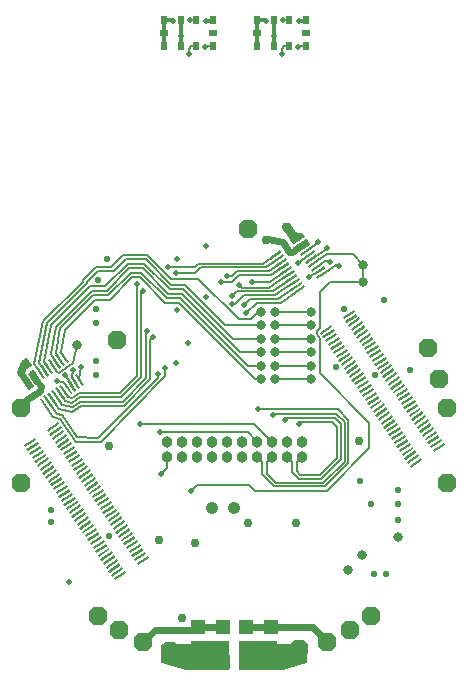
<source format=gbl>
G75*
%MOIN*%
%OFA0B0*%
%FSLAX24Y24*%
%IPPOS*%
%LPD*%
%AMOC8*
5,1,8,0,0,1.08239X$1,22.5*
%
%ADD10R,0.0079X0.0449*%
%ADD11OC8,0.0630*%
%ADD12C,0.0380*%
%ADD13R,0.1260X0.0276*%
%ADD14R,0.0453X0.0512*%
%ADD15C,0.0317*%
%ADD16R,0.0236X0.0276*%
%ADD17R,0.0276X0.0236*%
%ADD18C,0.0198*%
%ADD19C,0.0060*%
%ADD20C,0.0120*%
%ADD21C,0.0210*%
%ADD22C,0.0200*%
%ADD23C,0.0300*%
%ADD24C,0.0240*%
%ADD25C,0.0413*%
D10*
G36*
X008617Y010052D02*
X008573Y010117D01*
X008943Y010366D01*
X008987Y010301D01*
X008617Y010052D01*
G37*
G36*
X008705Y009921D02*
X008661Y009986D01*
X009031Y010235D01*
X009075Y010170D01*
X008705Y009921D01*
G37*
G36*
X008793Y009790D02*
X008749Y009855D01*
X009119Y010104D01*
X009163Y010039D01*
X008793Y009790D01*
G37*
G36*
X008882Y009660D02*
X008838Y009725D01*
X009208Y009974D01*
X009252Y009909D01*
X008882Y009660D01*
G37*
G36*
X008970Y009529D02*
X008926Y009594D01*
X009296Y009843D01*
X009340Y009778D01*
X008970Y009529D01*
G37*
G36*
X009058Y009399D02*
X009014Y009464D01*
X009384Y009713D01*
X009428Y009648D01*
X009058Y009399D01*
G37*
G36*
X009146Y009268D02*
X009102Y009333D01*
X009472Y009582D01*
X009516Y009517D01*
X009146Y009268D01*
G37*
G36*
X009234Y009138D02*
X009190Y009203D01*
X009560Y009452D01*
X009604Y009387D01*
X009234Y009138D01*
G37*
G36*
X009322Y009007D02*
X009278Y009072D01*
X009648Y009321D01*
X009692Y009256D01*
X009322Y009007D01*
G37*
G36*
X009410Y008877D02*
X009366Y008942D01*
X009736Y009191D01*
X009780Y009126D01*
X009410Y008877D01*
G37*
G36*
X010500Y009706D02*
X010544Y009641D01*
X010174Y009392D01*
X010130Y009457D01*
X010500Y009706D01*
G37*
G36*
X010412Y009836D02*
X010456Y009771D01*
X010086Y009522D01*
X010042Y009587D01*
X010412Y009836D01*
G37*
G36*
X010324Y009967D02*
X010368Y009902D01*
X009998Y009653D01*
X009954Y009718D01*
X010324Y009967D01*
G37*
G36*
X010235Y010097D02*
X010279Y010032D01*
X009909Y009783D01*
X009865Y009848D01*
X010235Y010097D01*
G37*
G36*
X010147Y010228D02*
X010191Y010163D01*
X009821Y009914D01*
X009777Y009979D01*
X010147Y010228D01*
G37*
G36*
X010059Y010358D02*
X010103Y010293D01*
X009733Y010044D01*
X009689Y010109D01*
X010059Y010358D01*
G37*
G36*
X009971Y010489D02*
X010015Y010424D01*
X009645Y010175D01*
X009601Y010240D01*
X009971Y010489D01*
G37*
G36*
X009883Y010620D02*
X009927Y010555D01*
X009557Y010306D01*
X009513Y010371D01*
X009883Y010620D01*
G37*
G36*
X009795Y010750D02*
X009839Y010685D01*
X009469Y010436D01*
X009425Y010501D01*
X009795Y010750D01*
G37*
G36*
X009707Y010881D02*
X009751Y010816D01*
X009381Y010567D01*
X009337Y010632D01*
X009707Y010881D01*
G37*
G36*
X009619Y011011D02*
X009663Y010946D01*
X009293Y010697D01*
X009249Y010762D01*
X009619Y011011D01*
G37*
G36*
X009531Y011142D02*
X009575Y011077D01*
X009205Y010828D01*
X009161Y010893D01*
X009531Y011142D01*
G37*
G36*
X009443Y011272D02*
X009487Y011207D01*
X009117Y010958D01*
X009073Y011023D01*
X009443Y011272D01*
G37*
G36*
X009355Y011403D02*
X009399Y011338D01*
X009029Y011089D01*
X008985Y011154D01*
X009355Y011403D01*
G37*
G36*
X009267Y011534D02*
X009311Y011469D01*
X008941Y011220D01*
X008897Y011285D01*
X009267Y011534D01*
G37*
G36*
X009179Y011664D02*
X009223Y011599D01*
X008853Y011350D01*
X008809Y011415D01*
X009179Y011664D01*
G37*
G36*
X009091Y011795D02*
X009135Y011730D01*
X008765Y011481D01*
X008721Y011546D01*
X009091Y011795D01*
G37*
G36*
X009003Y011925D02*
X009047Y011860D01*
X008677Y011611D01*
X008633Y011676D01*
X009003Y011925D01*
G37*
G36*
X008915Y012056D02*
X008959Y011991D01*
X008589Y011742D01*
X008545Y011807D01*
X008915Y012056D01*
G37*
G36*
X008826Y012186D02*
X008870Y012121D01*
X008500Y011872D01*
X008456Y011937D01*
X008826Y012186D01*
G37*
G36*
X008738Y012317D02*
X008782Y012252D01*
X008412Y012003D01*
X008368Y012068D01*
X008738Y012317D01*
G37*
G36*
X008650Y012447D02*
X008694Y012382D01*
X008324Y012133D01*
X008280Y012198D01*
X008650Y012447D01*
G37*
G36*
X008562Y012578D02*
X008606Y012513D01*
X008236Y012264D01*
X008192Y012329D01*
X008562Y012578D01*
G37*
G36*
X008474Y012709D02*
X008518Y012644D01*
X008148Y012395D01*
X008104Y012460D01*
X008474Y012709D01*
G37*
G36*
X008386Y012839D02*
X008430Y012774D01*
X008060Y012525D01*
X008016Y012590D01*
X008386Y012839D01*
G37*
G36*
X008298Y012970D02*
X008342Y012905D01*
X007972Y012656D01*
X007928Y012721D01*
X008298Y012970D01*
G37*
G36*
X008210Y013100D02*
X008254Y013035D01*
X007884Y012786D01*
X007840Y012851D01*
X008210Y013100D01*
G37*
G36*
X008122Y013231D02*
X008166Y013166D01*
X007796Y012917D01*
X007752Y012982D01*
X008122Y013231D01*
G37*
G36*
X008034Y013361D02*
X008078Y013296D01*
X007708Y013047D01*
X007664Y013112D01*
X008034Y013361D01*
G37*
G36*
X007946Y013492D02*
X007990Y013427D01*
X007620Y013178D01*
X007576Y013243D01*
X007946Y013492D01*
G37*
G36*
X007858Y013622D02*
X007902Y013557D01*
X007532Y013308D01*
X007488Y013373D01*
X007858Y013622D01*
G37*
G36*
X007770Y013753D02*
X007814Y013688D01*
X007444Y013439D01*
X007400Y013504D01*
X007770Y013753D01*
G37*
G36*
X007682Y013884D02*
X007726Y013819D01*
X007356Y013570D01*
X007312Y013635D01*
X007682Y013884D01*
G37*
G36*
X007594Y014014D02*
X007638Y013949D01*
X007268Y013700D01*
X007224Y013765D01*
X007594Y014014D01*
G37*
G36*
X007506Y014145D02*
X007550Y014080D01*
X007180Y013831D01*
X007136Y013896D01*
X007506Y014145D01*
G37*
G36*
X007209Y014596D02*
X007144Y014552D01*
X006895Y014922D01*
X006960Y014966D01*
X007209Y014596D01*
G37*
G36*
X007340Y014684D02*
X007275Y014640D01*
X007026Y015010D01*
X007091Y015054D01*
X007340Y014684D01*
G37*
G36*
X007470Y014772D02*
X007405Y014728D01*
X007156Y015098D01*
X007221Y015142D01*
X007470Y014772D01*
G37*
G36*
X007601Y014861D02*
X007536Y014817D01*
X007287Y015187D01*
X007352Y015231D01*
X007601Y014861D01*
G37*
G36*
X007731Y014949D02*
X007666Y014905D01*
X007417Y015275D01*
X007482Y015319D01*
X007731Y014949D01*
G37*
G36*
X007862Y015037D02*
X007797Y014993D01*
X007548Y015363D01*
X007613Y015407D01*
X007862Y015037D01*
G37*
G36*
X007992Y015125D02*
X007927Y015081D01*
X007678Y015451D01*
X007743Y015495D01*
X007992Y015125D01*
G37*
G36*
X008123Y015213D02*
X008058Y015169D01*
X007809Y015539D01*
X007874Y015583D01*
X008123Y015213D01*
G37*
G36*
X008254Y015301D02*
X008189Y015257D01*
X007940Y015627D01*
X008005Y015671D01*
X008254Y015301D01*
G37*
G36*
X008384Y015389D02*
X008319Y015345D01*
X008070Y015715D01*
X008135Y015759D01*
X008384Y015389D01*
G37*
G36*
X007555Y016479D02*
X007620Y016523D01*
X007869Y016153D01*
X007804Y016109D01*
X007555Y016479D01*
G37*
G36*
X007424Y016391D02*
X007489Y016435D01*
X007738Y016065D01*
X007673Y016021D01*
X007424Y016391D01*
G37*
G36*
X007294Y016303D02*
X007359Y016347D01*
X007608Y015977D01*
X007543Y015933D01*
X007294Y016303D01*
G37*
G36*
X007163Y016214D02*
X007228Y016258D01*
X007477Y015888D01*
X007412Y015844D01*
X007163Y016214D01*
G37*
G36*
X007033Y016126D02*
X007098Y016170D01*
X007347Y015800D01*
X007282Y015756D01*
X007033Y016126D01*
G37*
G36*
X006902Y016038D02*
X006967Y016082D01*
X007216Y015712D01*
X007151Y015668D01*
X006902Y016038D01*
G37*
G36*
X006772Y015950D02*
X006837Y015994D01*
X007086Y015624D01*
X007021Y015580D01*
X006772Y015950D01*
G37*
G36*
X006641Y015862D02*
X006706Y015906D01*
X006955Y015536D01*
X006890Y015492D01*
X006641Y015862D01*
G37*
G36*
X006510Y015774D02*
X006575Y015818D01*
X006824Y015448D01*
X006759Y015404D01*
X006510Y015774D01*
G37*
G36*
X006380Y015686D02*
X006445Y015730D01*
X006694Y015360D01*
X006629Y015316D01*
X006380Y015686D01*
G37*
G36*
X006416Y013315D02*
X006372Y013380D01*
X006742Y013629D01*
X006786Y013564D01*
X006416Y013315D01*
G37*
G36*
X006504Y013185D02*
X006460Y013250D01*
X006830Y013499D01*
X006874Y013434D01*
X006504Y013185D01*
G37*
G36*
X006592Y013054D02*
X006548Y013119D01*
X006918Y013368D01*
X006962Y013303D01*
X006592Y013054D01*
G37*
G36*
X006680Y012924D02*
X006636Y012989D01*
X007006Y013238D01*
X007050Y013173D01*
X006680Y012924D01*
G37*
G36*
X006768Y012793D02*
X006724Y012858D01*
X007094Y013107D01*
X007138Y013042D01*
X006768Y012793D01*
G37*
G36*
X006856Y012663D02*
X006812Y012728D01*
X007182Y012977D01*
X007226Y012912D01*
X006856Y012663D01*
G37*
G36*
X006944Y012532D02*
X006900Y012597D01*
X007270Y012846D01*
X007314Y012781D01*
X006944Y012532D01*
G37*
G36*
X007032Y012402D02*
X006988Y012467D01*
X007358Y012716D01*
X007402Y012651D01*
X007032Y012402D01*
G37*
G36*
X007120Y012271D02*
X007076Y012336D01*
X007446Y012585D01*
X007490Y012520D01*
X007120Y012271D01*
G37*
G36*
X007208Y012140D02*
X007164Y012205D01*
X007534Y012454D01*
X007578Y012389D01*
X007208Y012140D01*
G37*
G36*
X007296Y012010D02*
X007252Y012075D01*
X007622Y012324D01*
X007666Y012259D01*
X007296Y012010D01*
G37*
G36*
X007384Y011879D02*
X007340Y011944D01*
X007710Y012193D01*
X007754Y012128D01*
X007384Y011879D01*
G37*
G36*
X007473Y011749D02*
X007429Y011814D01*
X007799Y012063D01*
X007843Y011998D01*
X007473Y011749D01*
G37*
G36*
X007561Y011618D02*
X007517Y011683D01*
X007887Y011932D01*
X007931Y011867D01*
X007561Y011618D01*
G37*
G36*
X007649Y011488D02*
X007605Y011553D01*
X007975Y011802D01*
X008019Y011737D01*
X007649Y011488D01*
G37*
G36*
X007737Y011357D02*
X007693Y011422D01*
X008063Y011671D01*
X008107Y011606D01*
X007737Y011357D01*
G37*
G36*
X007825Y011227D02*
X007781Y011292D01*
X008151Y011541D01*
X008195Y011476D01*
X007825Y011227D01*
G37*
G36*
X007913Y011096D02*
X007869Y011161D01*
X008239Y011410D01*
X008283Y011345D01*
X007913Y011096D01*
G37*
G36*
X008001Y010965D02*
X007957Y011030D01*
X008327Y011279D01*
X008371Y011214D01*
X008001Y010965D01*
G37*
G36*
X008089Y010835D02*
X008045Y010900D01*
X008415Y011149D01*
X008459Y011084D01*
X008089Y010835D01*
G37*
G36*
X008177Y010704D02*
X008133Y010769D01*
X008503Y011018D01*
X008547Y010953D01*
X008177Y010704D01*
G37*
G36*
X008265Y010574D02*
X008221Y010639D01*
X008591Y010888D01*
X008635Y010823D01*
X008265Y010574D01*
G37*
G36*
X008353Y010443D02*
X008309Y010508D01*
X008679Y010757D01*
X008723Y010692D01*
X008353Y010443D01*
G37*
G36*
X008441Y010313D02*
X008397Y010378D01*
X008767Y010627D01*
X008811Y010562D01*
X008441Y010313D01*
G37*
G36*
X008529Y010182D02*
X008485Y010247D01*
X008855Y010496D01*
X008899Y010431D01*
X008529Y010182D01*
G37*
G36*
X015301Y018526D02*
X015257Y018591D01*
X015627Y018840D01*
X015671Y018775D01*
X015301Y018526D01*
G37*
G36*
X015389Y018396D02*
X015345Y018461D01*
X015715Y018710D01*
X015759Y018645D01*
X015389Y018396D01*
G37*
G36*
X015213Y018657D02*
X015169Y018722D01*
X015539Y018971D01*
X015583Y018906D01*
X015213Y018657D01*
G37*
G36*
X015125Y018788D02*
X015081Y018853D01*
X015451Y019102D01*
X015495Y019037D01*
X015125Y018788D01*
G37*
G36*
X015037Y018918D02*
X014993Y018983D01*
X015363Y019232D01*
X015407Y019167D01*
X015037Y018918D01*
G37*
G36*
X014949Y019049D02*
X014905Y019114D01*
X015275Y019363D01*
X015319Y019298D01*
X014949Y019049D01*
G37*
G36*
X014861Y019179D02*
X014817Y019244D01*
X015187Y019493D01*
X015231Y019428D01*
X014861Y019179D01*
G37*
G36*
X014772Y019310D02*
X014728Y019375D01*
X015098Y019624D01*
X015142Y019559D01*
X014772Y019310D01*
G37*
G36*
X014684Y019440D02*
X014640Y019505D01*
X015010Y019754D01*
X015054Y019689D01*
X014684Y019440D01*
G37*
G36*
X014596Y019571D02*
X014552Y019636D01*
X014922Y019885D01*
X014966Y019820D01*
X014596Y019571D01*
G37*
G36*
X015686Y020400D02*
X015730Y020335D01*
X015360Y020086D01*
X015316Y020151D01*
X015686Y020400D01*
G37*
G36*
X015774Y020270D02*
X015818Y020205D01*
X015448Y019956D01*
X015404Y020021D01*
X015774Y020270D01*
G37*
G36*
X015862Y020139D02*
X015906Y020074D01*
X015536Y019825D01*
X015492Y019890D01*
X015862Y020139D01*
G37*
G36*
X015950Y020008D02*
X015994Y019943D01*
X015624Y019694D01*
X015580Y019759D01*
X015950Y020008D01*
G37*
G36*
X016038Y019878D02*
X016082Y019813D01*
X015712Y019564D01*
X015668Y019629D01*
X016038Y019878D01*
G37*
G36*
X016126Y019747D02*
X016170Y019682D01*
X015800Y019433D01*
X015756Y019498D01*
X016126Y019747D01*
G37*
G36*
X016214Y019617D02*
X016258Y019552D01*
X015888Y019303D01*
X015844Y019368D01*
X016214Y019617D01*
G37*
G36*
X016303Y019486D02*
X016347Y019421D01*
X015977Y019172D01*
X015933Y019237D01*
X016303Y019486D01*
G37*
G36*
X016391Y019356D02*
X016435Y019291D01*
X016065Y019042D01*
X016021Y019107D01*
X016391Y019356D01*
G37*
G36*
X016479Y019225D02*
X016523Y019160D01*
X016153Y018911D01*
X016109Y018976D01*
X016479Y019225D01*
G37*
G36*
X017370Y017903D02*
X017414Y017838D01*
X017044Y017589D01*
X017000Y017654D01*
X017370Y017903D01*
G37*
G36*
X017458Y017773D02*
X017502Y017708D01*
X017132Y017459D01*
X017088Y017524D01*
X017458Y017773D01*
G37*
G36*
X017546Y017642D02*
X017590Y017577D01*
X017220Y017328D01*
X017176Y017393D01*
X017546Y017642D01*
G37*
G36*
X017634Y017512D02*
X017678Y017447D01*
X017308Y017198D01*
X017264Y017263D01*
X017634Y017512D01*
G37*
G36*
X017722Y017381D02*
X017766Y017316D01*
X017396Y017067D01*
X017352Y017132D01*
X017722Y017381D01*
G37*
G36*
X017810Y017251D02*
X017854Y017186D01*
X017484Y016937D01*
X017440Y017002D01*
X017810Y017251D01*
G37*
G36*
X017898Y017120D02*
X017942Y017055D01*
X017572Y016806D01*
X017528Y016871D01*
X017898Y017120D01*
G37*
G36*
X017987Y016990D02*
X018031Y016925D01*
X017661Y016676D01*
X017617Y016741D01*
X017987Y016990D01*
G37*
G36*
X018075Y016859D02*
X018119Y016794D01*
X017749Y016545D01*
X017705Y016610D01*
X018075Y016859D01*
G37*
G36*
X018163Y016728D02*
X018207Y016663D01*
X017837Y016414D01*
X017793Y016479D01*
X018163Y016728D01*
G37*
G36*
X018251Y016598D02*
X018295Y016533D01*
X017925Y016284D01*
X017881Y016349D01*
X018251Y016598D01*
G37*
G36*
X018339Y016467D02*
X018383Y016402D01*
X018013Y016153D01*
X017969Y016218D01*
X018339Y016467D01*
G37*
G36*
X018427Y016337D02*
X018471Y016272D01*
X018101Y016023D01*
X018057Y016088D01*
X018427Y016337D01*
G37*
G36*
X018515Y016206D02*
X018559Y016141D01*
X018189Y015892D01*
X018145Y015957D01*
X018515Y016206D01*
G37*
G36*
X018603Y016076D02*
X018647Y016011D01*
X018277Y015762D01*
X018233Y015827D01*
X018603Y016076D01*
G37*
G36*
X018691Y015945D02*
X018735Y015880D01*
X018365Y015631D01*
X018321Y015696D01*
X018691Y015945D01*
G37*
G36*
X018779Y015815D02*
X018823Y015750D01*
X018453Y015501D01*
X018409Y015566D01*
X018779Y015815D01*
G37*
G36*
X018867Y015684D02*
X018911Y015619D01*
X018541Y015370D01*
X018497Y015435D01*
X018867Y015684D01*
G37*
G36*
X018955Y015553D02*
X018999Y015488D01*
X018629Y015239D01*
X018585Y015304D01*
X018955Y015553D01*
G37*
G36*
X019043Y015423D02*
X019087Y015358D01*
X018717Y015109D01*
X018673Y015174D01*
X019043Y015423D01*
G37*
G36*
X019131Y015292D02*
X019175Y015227D01*
X018805Y014978D01*
X018761Y015043D01*
X019131Y015292D01*
G37*
G36*
X019219Y015162D02*
X019263Y015097D01*
X018893Y014848D01*
X018849Y014913D01*
X019219Y015162D01*
G37*
G36*
X019307Y015031D02*
X019351Y014966D01*
X018981Y014717D01*
X018937Y014782D01*
X019307Y015031D01*
G37*
G36*
X019396Y014901D02*
X019440Y014836D01*
X019070Y014587D01*
X019026Y014652D01*
X019396Y014901D01*
G37*
G36*
X019484Y014770D02*
X019528Y014705D01*
X019158Y014456D01*
X019114Y014521D01*
X019484Y014770D01*
G37*
G36*
X019572Y014640D02*
X019616Y014575D01*
X019246Y014326D01*
X019202Y014391D01*
X019572Y014640D01*
G37*
G36*
X019660Y014509D02*
X019704Y014444D01*
X019334Y014195D01*
X019290Y014260D01*
X019660Y014509D01*
G37*
G36*
X019748Y014378D02*
X019792Y014313D01*
X019422Y014064D01*
X019378Y014129D01*
X019748Y014378D01*
G37*
G36*
X019836Y014248D02*
X019880Y014183D01*
X019510Y013934D01*
X019466Y013999D01*
X019836Y014248D01*
G37*
G36*
X019924Y014117D02*
X019968Y014052D01*
X019598Y013803D01*
X019554Y013868D01*
X019924Y014117D01*
G37*
G36*
X020012Y013987D02*
X020056Y013922D01*
X019686Y013673D01*
X019642Y013738D01*
X020012Y013987D01*
G37*
G36*
X020100Y013856D02*
X020144Y013791D01*
X019774Y013542D01*
X019730Y013607D01*
X020100Y013856D01*
G37*
G36*
X020188Y013726D02*
X020232Y013661D01*
X019862Y013412D01*
X019818Y013477D01*
X020188Y013726D01*
G37*
G36*
X020276Y013595D02*
X020320Y013530D01*
X019950Y013281D01*
X019906Y013346D01*
X020276Y013595D01*
G37*
G36*
X020364Y013465D02*
X020408Y013400D01*
X020038Y013151D01*
X019994Y013216D01*
X020364Y013465D01*
G37*
G36*
X019274Y012635D02*
X019230Y012700D01*
X019600Y012949D01*
X019644Y012884D01*
X019274Y012635D01*
G37*
G36*
X019186Y012766D02*
X019142Y012831D01*
X019512Y013080D01*
X019556Y013015D01*
X019186Y012766D01*
G37*
G36*
X019098Y012896D02*
X019054Y012961D01*
X019424Y013210D01*
X019468Y013145D01*
X019098Y012896D01*
G37*
G36*
X019010Y013027D02*
X018966Y013092D01*
X019336Y013341D01*
X019380Y013276D01*
X019010Y013027D01*
G37*
G36*
X018922Y013158D02*
X018878Y013223D01*
X019248Y013472D01*
X019292Y013407D01*
X018922Y013158D01*
G37*
G36*
X018834Y013288D02*
X018790Y013353D01*
X019160Y013602D01*
X019204Y013537D01*
X018834Y013288D01*
G37*
G36*
X018746Y013419D02*
X018702Y013484D01*
X019072Y013733D01*
X019116Y013668D01*
X018746Y013419D01*
G37*
G36*
X018658Y013549D02*
X018614Y013614D01*
X018984Y013863D01*
X019028Y013798D01*
X018658Y013549D01*
G37*
G36*
X018570Y013680D02*
X018526Y013745D01*
X018896Y013994D01*
X018940Y013929D01*
X018570Y013680D01*
G37*
G36*
X018482Y013810D02*
X018438Y013875D01*
X018808Y014124D01*
X018852Y014059D01*
X018482Y013810D01*
G37*
G36*
X018394Y013941D02*
X018350Y014006D01*
X018720Y014255D01*
X018764Y014190D01*
X018394Y013941D01*
G37*
G36*
X018306Y014071D02*
X018262Y014136D01*
X018632Y014385D01*
X018676Y014320D01*
X018306Y014071D01*
G37*
G36*
X018218Y014202D02*
X018174Y014267D01*
X018544Y014516D01*
X018588Y014451D01*
X018218Y014202D01*
G37*
G36*
X018130Y014333D02*
X018086Y014398D01*
X018456Y014647D01*
X018500Y014582D01*
X018130Y014333D01*
G37*
G36*
X018042Y014463D02*
X017998Y014528D01*
X018368Y014777D01*
X018412Y014712D01*
X018042Y014463D01*
G37*
G36*
X017954Y014594D02*
X017910Y014659D01*
X018280Y014908D01*
X018324Y014843D01*
X017954Y014594D01*
G37*
G36*
X017865Y014724D02*
X017821Y014789D01*
X018191Y015038D01*
X018235Y014973D01*
X017865Y014724D01*
G37*
G36*
X017777Y014855D02*
X017733Y014920D01*
X018103Y015169D01*
X018147Y015104D01*
X017777Y014855D01*
G37*
G36*
X017689Y014985D02*
X017645Y015050D01*
X018015Y015299D01*
X018059Y015234D01*
X017689Y014985D01*
G37*
G36*
X017601Y015116D02*
X017557Y015181D01*
X017927Y015430D01*
X017971Y015365D01*
X017601Y015116D01*
G37*
G36*
X017513Y015246D02*
X017469Y015311D01*
X017839Y015560D01*
X017883Y015495D01*
X017513Y015246D01*
G37*
G36*
X017425Y015377D02*
X017381Y015442D01*
X017751Y015691D01*
X017795Y015626D01*
X017425Y015377D01*
G37*
G36*
X017337Y015508D02*
X017293Y015573D01*
X017663Y015822D01*
X017707Y015757D01*
X017337Y015508D01*
G37*
G36*
X017249Y015638D02*
X017205Y015703D01*
X017575Y015952D01*
X017619Y015887D01*
X017249Y015638D01*
G37*
G36*
X017161Y015769D02*
X017117Y015834D01*
X017487Y016083D01*
X017531Y016018D01*
X017161Y015769D01*
G37*
G36*
X017073Y015899D02*
X017029Y015964D01*
X017399Y016213D01*
X017443Y016148D01*
X017073Y015899D01*
G37*
G36*
X016985Y016030D02*
X016941Y016095D01*
X017311Y016344D01*
X017355Y016279D01*
X016985Y016030D01*
G37*
G36*
X016897Y016160D02*
X016853Y016225D01*
X017223Y016474D01*
X017267Y016409D01*
X016897Y016160D01*
G37*
G36*
X016809Y016291D02*
X016765Y016356D01*
X017135Y016605D01*
X017179Y016540D01*
X016809Y016291D01*
G37*
G36*
X016721Y016422D02*
X016677Y016487D01*
X017047Y016736D01*
X017091Y016671D01*
X016721Y016422D01*
G37*
G36*
X016633Y016552D02*
X016589Y016617D01*
X016959Y016866D01*
X017003Y016801D01*
X016633Y016552D01*
G37*
G36*
X016545Y016683D02*
X016501Y016748D01*
X016871Y016997D01*
X016915Y016932D01*
X016545Y016683D01*
G37*
G36*
X016456Y016813D02*
X016412Y016878D01*
X016782Y017127D01*
X016826Y017062D01*
X016456Y016813D01*
G37*
G36*
X016368Y016944D02*
X016324Y017009D01*
X016694Y017258D01*
X016738Y017193D01*
X016368Y016944D01*
G37*
G36*
X016280Y017074D02*
X016236Y017139D01*
X016606Y017388D01*
X016650Y017323D01*
X016280Y017074D01*
G37*
D11*
X013840Y020590D03*
X009490Y016890D03*
X006290Y014640D03*
X006290Y012140D03*
X008857Y007690D03*
X009541Y007236D03*
X010340Y006840D03*
X011240Y006540D03*
X015540Y006590D03*
X016490Y006840D03*
X017240Y007240D03*
X017940Y007690D03*
X020490Y012140D03*
X020490Y014640D03*
X020194Y015591D03*
X019840Y016632D03*
D12*
X015640Y013490D03*
X015640Y012990D03*
X015140Y012990D03*
X015140Y013490D03*
X014640Y013490D03*
X014640Y012990D03*
X014140Y012990D03*
X014140Y013490D03*
X013640Y013490D03*
X013140Y013490D03*
X013140Y012990D03*
X013640Y012990D03*
X012640Y012990D03*
X012640Y013490D03*
X012140Y013490D03*
X012140Y012990D03*
X011640Y012990D03*
X011640Y013490D03*
X011140Y013490D03*
X011140Y012990D03*
D13*
X012590Y006740D03*
X014190Y006740D03*
D14*
X014594Y006159D03*
X013786Y006159D03*
X012994Y006159D03*
X012186Y006159D03*
X012186Y007321D03*
X012994Y007321D03*
X013786Y007321D03*
X014594Y007321D03*
D15*
X017190Y009215D03*
X017640Y009715D03*
X018840Y010315D03*
X015940Y015590D03*
X015940Y016040D03*
X015940Y016490D03*
X015940Y016940D03*
X015940Y017390D03*
X015940Y017840D03*
X014740Y017840D03*
X014740Y017390D03*
X014740Y016940D03*
X014740Y016490D03*
X014740Y016040D03*
X014740Y015590D03*
X014290Y015590D03*
X014290Y016040D03*
X014290Y016490D03*
X014290Y016940D03*
X014290Y017390D03*
X014290Y017840D03*
X017690Y018840D03*
X017690Y019390D03*
X008140Y016740D03*
D16*
X011058Y026679D03*
X011615Y026679D03*
X012115Y026679D03*
X012672Y026679D03*
X012672Y027545D03*
X012115Y027545D03*
X011615Y027545D03*
X011058Y027545D03*
X014158Y027545D03*
X014715Y027545D03*
X015215Y027545D03*
X015772Y027545D03*
X015772Y026679D03*
X015215Y026679D03*
X014715Y026679D03*
X014158Y026679D03*
D17*
X014158Y027112D03*
X012672Y027112D03*
X011058Y027112D03*
X015772Y027112D03*
D18*
X015529Y027540D03*
X014996Y027545D03*
X014709Y027030D03*
X014433Y027517D03*
X014965Y026437D03*
X015515Y026657D03*
X012415Y026657D03*
X011865Y026437D03*
X011609Y027030D03*
X011333Y027517D03*
X011896Y027545D03*
X012429Y027540D03*
D19*
X012672Y027545D02*
X012672Y027540D01*
X012115Y027545D02*
X011896Y027545D01*
X011615Y027190D02*
X011609Y027030D01*
X011952Y026679D02*
X011865Y026592D01*
X011865Y026437D01*
X011952Y026679D02*
X012115Y026679D01*
X012415Y026657D02*
X012446Y026679D01*
X012672Y026679D01*
X012672Y026637D01*
X014709Y027030D02*
X014715Y027190D01*
X014996Y027545D02*
X015215Y027545D01*
X015772Y027545D02*
X015772Y027540D01*
X015772Y026679D02*
X015546Y026679D01*
X015515Y026657D01*
X015215Y026679D02*
X015052Y026679D01*
X014965Y026592D01*
X014965Y026437D01*
X015201Y020764D02*
X015411Y020453D01*
X015654Y020405D01*
X015696Y020343D01*
X015364Y020120D01*
X015015Y020638D01*
X015201Y020764D01*
X015203Y020761D02*
X015198Y020761D01*
X015243Y020703D02*
X015111Y020703D01*
X015024Y020644D02*
X015282Y020644D01*
X015322Y020586D02*
X015050Y020586D01*
X015090Y020527D02*
X015361Y020527D01*
X015400Y020469D02*
X015129Y020469D01*
X015169Y020410D02*
X015630Y020410D01*
X015690Y020352D02*
X015208Y020352D01*
X015247Y020293D02*
X015622Y020293D01*
X015535Y020235D02*
X015287Y020235D01*
X015326Y020176D02*
X015448Y020176D01*
X015611Y020112D02*
X015619Y020098D01*
X015623Y020083D01*
X015625Y020067D01*
X015624Y020052D01*
X015619Y020036D01*
X015612Y020022D01*
X015602Y020010D01*
X015589Y020000D01*
X015366Y019849D01*
X015373Y019884D02*
X015551Y019884D01*
X015638Y019942D02*
X015369Y019942D01*
X015345Y019925D02*
X015780Y020219D01*
X015864Y020095D01*
X015429Y019801D01*
X015345Y019925D01*
X015412Y019825D02*
X015464Y019825D01*
X015456Y020001D02*
X015724Y020001D01*
X015811Y020059D02*
X015543Y020059D01*
X015630Y020118D02*
X015848Y020118D01*
X015809Y020176D02*
X015716Y020176D01*
X015787Y019851D02*
X016173Y020112D01*
X016182Y020159D01*
X016418Y019897D02*
X016486Y019943D01*
X016489Y019958D01*
X016418Y019897D02*
X015963Y019590D01*
X016051Y019460D02*
X016471Y019742D01*
X017338Y019742D01*
X017690Y019390D01*
X017690Y018840D01*
X016590Y018840D01*
X016240Y018490D01*
X016240Y017290D01*
X016140Y017190D01*
X016140Y017090D01*
X016240Y016940D01*
X016240Y015790D01*
X017890Y014140D01*
X017890Y013290D01*
X016465Y011865D01*
X014065Y011865D01*
X013865Y012065D01*
X012140Y012065D01*
X011940Y011865D01*
X011140Y012640D02*
X011140Y012990D01*
X011140Y012640D02*
X010940Y012440D01*
X010902Y013840D02*
X013840Y013840D01*
X014140Y013490D01*
X014640Y013490D02*
X014052Y014078D01*
X010227Y014078D01*
X009709Y014695D02*
X008270Y014695D01*
X007980Y014499D01*
X007551Y014583D01*
X007313Y014935D01*
X007183Y014847D02*
X007461Y014434D01*
X007649Y014398D01*
X008155Y013647D01*
X008846Y013640D01*
X010840Y015634D01*
X010840Y015746D01*
X011090Y015682D02*
X011090Y015943D01*
X011090Y015682D02*
X008937Y013494D01*
X008095Y013506D01*
X007582Y014267D01*
X007354Y014311D01*
X007052Y014759D01*
X007444Y015024D02*
X007641Y014731D01*
X007997Y014662D01*
X008258Y014838D01*
X009661Y014838D01*
X010440Y015617D01*
X010440Y017140D01*
X010490Y017190D01*
X010690Y016990D02*
X010590Y016890D01*
X010590Y015576D01*
X009709Y014695D01*
X009616Y014983D02*
X010290Y015657D01*
X010290Y018490D01*
X010340Y018540D01*
X010140Y018765D02*
X010140Y015703D01*
X009567Y015130D01*
X008236Y015130D01*
X007987Y014962D01*
X007846Y014990D01*
X007705Y015200D01*
X007705Y015190D01*
X007574Y015112D02*
X007748Y014854D01*
X007989Y014807D01*
X008250Y014983D01*
X009616Y014983D01*
X008227Y015552D02*
X008200Y015593D01*
X008288Y015978D01*
X007998Y015882D02*
X007961Y015664D01*
X008097Y015464D01*
X007966Y015376D02*
X007762Y015702D01*
X007739Y015711D01*
X007685Y015498D02*
X007493Y015541D01*
X007685Y015498D02*
X007835Y015288D01*
X007539Y015806D02*
X008022Y016132D01*
X008140Y016740D01*
X007594Y016490D02*
X007740Y017240D01*
X008740Y018240D01*
X009240Y018240D01*
X009990Y018990D01*
X010240Y018990D01*
X011090Y018140D01*
X011540Y018140D01*
X014090Y015590D01*
X014290Y015590D01*
X014290Y016040D02*
X013840Y016040D01*
X011590Y018290D01*
X011140Y018290D01*
X010290Y019140D01*
X009940Y019140D01*
X009190Y018390D01*
X008690Y018390D01*
X007590Y017290D01*
X007428Y016455D01*
X007581Y016228D01*
X007451Y016140D02*
X007261Y016421D01*
X007440Y017340D01*
X008640Y018540D01*
X009140Y018540D01*
X009890Y019290D01*
X010340Y019290D01*
X011190Y018440D01*
X011640Y018440D01*
X013590Y016490D01*
X014290Y016490D01*
X014740Y016490D02*
X015940Y016490D01*
X015940Y016040D02*
X014740Y016040D01*
X014740Y015590D02*
X015940Y015590D01*
X016840Y014590D02*
X017190Y014240D01*
X017190Y012790D01*
X016415Y012015D01*
X014715Y012015D01*
X014315Y012415D01*
X014315Y012840D01*
X014140Y012990D01*
X014490Y012840D02*
X014490Y012440D01*
X014790Y012140D01*
X016340Y012140D01*
X017065Y012840D01*
X017065Y014165D01*
X016790Y014440D01*
X014665Y014440D01*
X014665Y014390D01*
X015090Y014290D02*
X016740Y014290D01*
X016940Y014090D01*
X016940Y012915D01*
X016290Y012265D01*
X015540Y012265D01*
X015315Y012490D01*
X015315Y012815D01*
X015140Y012990D01*
X015465Y012815D02*
X015465Y012515D01*
X015590Y012390D01*
X016240Y012390D01*
X016815Y012965D01*
X016815Y013990D01*
X016640Y014165D01*
X015540Y014165D01*
X015540Y014090D01*
X015090Y014240D02*
X015090Y014290D01*
X014190Y014590D02*
X016840Y014590D01*
X015640Y012990D02*
X015465Y012815D01*
X014640Y012990D02*
X014490Y012840D01*
X014290Y016940D02*
X013340Y016940D01*
X011690Y018590D01*
X011240Y018590D01*
X010390Y019440D01*
X009840Y019440D01*
X009090Y018690D01*
X008590Y018690D01*
X007290Y017390D01*
X007052Y016167D01*
X007190Y015963D01*
X007320Y016051D02*
X007478Y015818D01*
X007539Y015806D01*
X007059Y015875D02*
X006889Y016127D01*
X007149Y017462D01*
X008490Y018790D01*
X008490Y018840D01*
X008840Y019190D01*
X009390Y019190D01*
X009790Y019590D01*
X010440Y019590D01*
X011290Y018740D01*
X011740Y018740D01*
X013090Y017390D01*
X014290Y017390D01*
X013940Y017590D02*
X013540Y017590D01*
X012190Y018940D01*
X011290Y018940D01*
X010490Y019740D01*
X009690Y019740D01*
X009290Y019340D01*
X008790Y019340D01*
X008340Y018890D01*
X008340Y018840D01*
X006999Y017512D01*
X006723Y016093D01*
X006929Y015787D01*
X006815Y015672D02*
X006634Y015672D01*
X006595Y015730D02*
X006776Y015730D01*
X006736Y015789D02*
X006574Y015789D01*
X006561Y015780D02*
X006685Y015864D01*
X006979Y015429D01*
X006855Y015345D01*
X006561Y015780D01*
X006661Y015847D02*
X006697Y015847D01*
X006563Y016023D02*
X006252Y016023D01*
X006273Y016081D02*
X006569Y016081D01*
X006594Y016044D02*
X006408Y015918D01*
X006381Y015779D01*
X006423Y015717D01*
X006674Y015344D01*
X006550Y015260D01*
X006187Y015799D01*
X006203Y015881D01*
X006295Y016143D01*
X006455Y016251D01*
X006594Y016044D01*
X006530Y016140D02*
X006294Y016140D01*
X006376Y016198D02*
X006490Y016198D01*
X006476Y015964D02*
X006232Y015964D01*
X006211Y015906D02*
X006405Y015906D01*
X006394Y015847D02*
X006196Y015847D01*
X006193Y015789D02*
X006383Y015789D01*
X006414Y015730D02*
X006233Y015730D01*
X006272Y015672D02*
X006453Y015672D01*
X006493Y015613D02*
X006312Y015613D01*
X006351Y015555D02*
X006532Y015555D01*
X006572Y015496D02*
X006391Y015496D01*
X006430Y015438D02*
X006611Y015438D01*
X006651Y015379D02*
X006470Y015379D01*
X006509Y015321D02*
X006640Y015321D01*
X006553Y015262D02*
X006549Y015262D01*
X006792Y015438D02*
X006973Y015438D01*
X006934Y015496D02*
X006753Y015496D01*
X006713Y015555D02*
X006894Y015555D01*
X006855Y015613D02*
X006674Y015613D01*
X006831Y015379D02*
X006906Y015379D01*
X007712Y016316D02*
X007594Y016490D01*
X011190Y019340D02*
X012090Y019340D01*
X012190Y019440D01*
X014328Y019440D01*
X014756Y019729D01*
X014759Y019728D01*
X014847Y019597D02*
X014846Y019589D01*
X014440Y019315D01*
X012265Y019315D01*
X012090Y019140D01*
X011440Y019140D01*
X011440Y019140D01*
X012940Y018840D02*
X013315Y018840D01*
X013540Y019065D01*
X014615Y019065D01*
X015019Y019337D01*
X015024Y019336D01*
X014933Y019455D02*
X014540Y019190D01*
X013465Y019190D01*
X013315Y019040D01*
X013140Y019040D01*
X013540Y018740D02*
X013640Y018640D01*
X014540Y018640D01*
X014665Y018715D01*
X015199Y019075D01*
X015200Y019075D01*
X015288Y018945D02*
X015286Y018934D01*
X014665Y018515D01*
X013465Y018515D01*
X013315Y018365D01*
X013315Y018090D02*
X013415Y018090D01*
X013715Y018390D01*
X014740Y018390D01*
X015370Y018815D01*
X015376Y018814D01*
X015461Y018684D02*
X014840Y018265D01*
X013915Y018265D01*
X013715Y018065D01*
X013790Y017790D02*
X014140Y018140D01*
X014940Y018140D01*
X015552Y018553D01*
X015552Y018553D01*
X015464Y018683D02*
X015461Y018684D01*
X015884Y018992D02*
X016198Y019204D01*
X016228Y019199D01*
X016140Y019329D02*
X016408Y019511D01*
X016574Y019478D01*
X016777Y019379D02*
X016316Y019068D01*
X016777Y019379D02*
X016874Y019361D01*
X015875Y019721D02*
X015509Y019474D01*
X015507Y019462D01*
X015112Y019206D02*
X015108Y019206D01*
X014565Y018840D01*
X013965Y018840D01*
X014190Y017840D02*
X013940Y017590D01*
X014190Y017840D02*
X014290Y017840D01*
X014740Y017840D02*
X015940Y017840D01*
X015940Y017390D02*
X014740Y017390D01*
X014740Y016940D02*
X015940Y016940D01*
X014933Y019455D02*
X014935Y019467D01*
X015790Y006740D02*
X013590Y006740D01*
X013590Y005940D01*
X014996Y005940D01*
X015790Y006163D01*
X015790Y006740D01*
X015790Y006721D02*
X013590Y006721D01*
X013590Y006662D02*
X015790Y006662D01*
X015790Y006604D02*
X013590Y006604D01*
X013590Y006545D02*
X015790Y006545D01*
X015790Y006487D02*
X013590Y006487D01*
X013590Y006428D02*
X015790Y006428D01*
X015790Y006370D02*
X013590Y006370D01*
X013590Y006311D02*
X015790Y006311D01*
X015790Y006253D02*
X013590Y006253D01*
X013590Y006194D02*
X015790Y006194D01*
X015694Y006136D02*
X013590Y006136D01*
X013590Y006077D02*
X015485Y006077D01*
X015277Y006019D02*
X013590Y006019D01*
X013590Y005960D02*
X015069Y005960D01*
X013190Y005960D02*
X011711Y005960D01*
X011784Y005940D02*
X010990Y006163D01*
X010990Y006740D01*
X013190Y006740D01*
X013190Y005940D01*
X011784Y005940D01*
X011503Y006019D02*
X013190Y006019D01*
X013190Y006077D02*
X011295Y006077D01*
X011086Y006136D02*
X013190Y006136D01*
X013190Y006194D02*
X010990Y006194D01*
X010990Y006253D02*
X013190Y006253D01*
X013190Y006311D02*
X010990Y006311D01*
X010990Y006370D02*
X013190Y006370D01*
X013190Y006428D02*
X010990Y006428D01*
X010990Y006487D02*
X013190Y006487D01*
X013190Y006545D02*
X010990Y006545D01*
X010990Y006604D02*
X013190Y006604D01*
X013190Y006662D02*
X010990Y006662D01*
X010990Y006721D02*
X013190Y006721D01*
D20*
X014158Y026679D02*
X014158Y027112D01*
X014158Y027545D01*
X014433Y027545D01*
X014433Y027517D01*
X014709Y027545D02*
X014709Y027030D01*
X014709Y026679D01*
X014715Y026679D01*
X014715Y027545D02*
X014709Y027545D01*
X015529Y027540D02*
X015772Y027540D01*
X012672Y027540D02*
X012429Y027540D01*
X011615Y027545D02*
X011609Y027545D01*
X011609Y027030D01*
X011609Y026679D01*
X011615Y026679D01*
X011058Y026679D02*
X011058Y027112D01*
X011058Y027545D01*
X011333Y027545D01*
X011333Y027517D01*
D21*
X009140Y019590D03*
X008840Y018890D03*
X008790Y017915D03*
X008790Y017465D03*
X008765Y016190D03*
X008765Y015715D03*
X007290Y011240D03*
X007290Y010815D03*
X009215Y010365D03*
X016790Y015990D03*
X018090Y015740D03*
X019240Y015890D03*
X018390Y018240D03*
X017040Y017940D03*
X017590Y012190D03*
X017940Y011440D03*
X018840Y011440D03*
X018840Y010890D03*
X018840Y011890D03*
X018440Y009090D03*
X018040Y009090D03*
D22*
X007865Y008815D03*
X010940Y012440D03*
X011940Y011865D03*
X010902Y013840D03*
X010227Y014078D03*
X010840Y015746D03*
X011090Y015943D03*
X011440Y016140D03*
X011840Y016790D03*
X011490Y017890D03*
X010690Y016990D03*
X010490Y017190D03*
X010340Y018540D03*
X010140Y018765D03*
X011190Y019340D03*
X011440Y019140D03*
X011490Y019590D03*
X012440Y020040D03*
X013140Y019040D03*
X012940Y018840D03*
X013315Y018365D03*
X013315Y018090D03*
X013715Y018065D03*
X013790Y017790D03*
X013540Y018740D03*
X013965Y018840D03*
X015507Y019462D03*
X015884Y018992D03*
X016574Y019478D03*
X016489Y019958D03*
X016182Y020159D03*
X016874Y019361D03*
X014665Y014390D03*
X015090Y014240D03*
X015540Y014090D03*
X014190Y014590D03*
X012440Y018340D03*
X008288Y015978D03*
X007998Y015882D03*
X007739Y015711D03*
X007493Y015541D03*
D23*
X006444Y016083D03*
X009215Y013365D03*
X010890Y010240D03*
X012090Y010140D03*
X013840Y010790D03*
X015440Y010790D03*
X017540Y013540D03*
X014449Y020226D03*
X015112Y020673D03*
X011640Y007640D03*
D24*
X012106Y007240D02*
X010740Y007240D01*
X010340Y006840D01*
X012106Y007240D02*
X012186Y007321D01*
X012994Y007321D01*
X013786Y007321D02*
X014594Y007321D01*
X016009Y007321D01*
X016490Y006840D01*
X006897Y015192D02*
X006931Y015366D01*
X006903Y015407D01*
X006897Y015192D02*
X006441Y014885D01*
X006409Y014720D01*
X006290Y014640D01*
X014449Y020226D02*
X014511Y020268D01*
X014997Y020173D01*
X015220Y019841D01*
X015324Y019821D01*
X015366Y019849D01*
D25*
X013390Y011290D03*
X012640Y011290D03*
M02*

</source>
